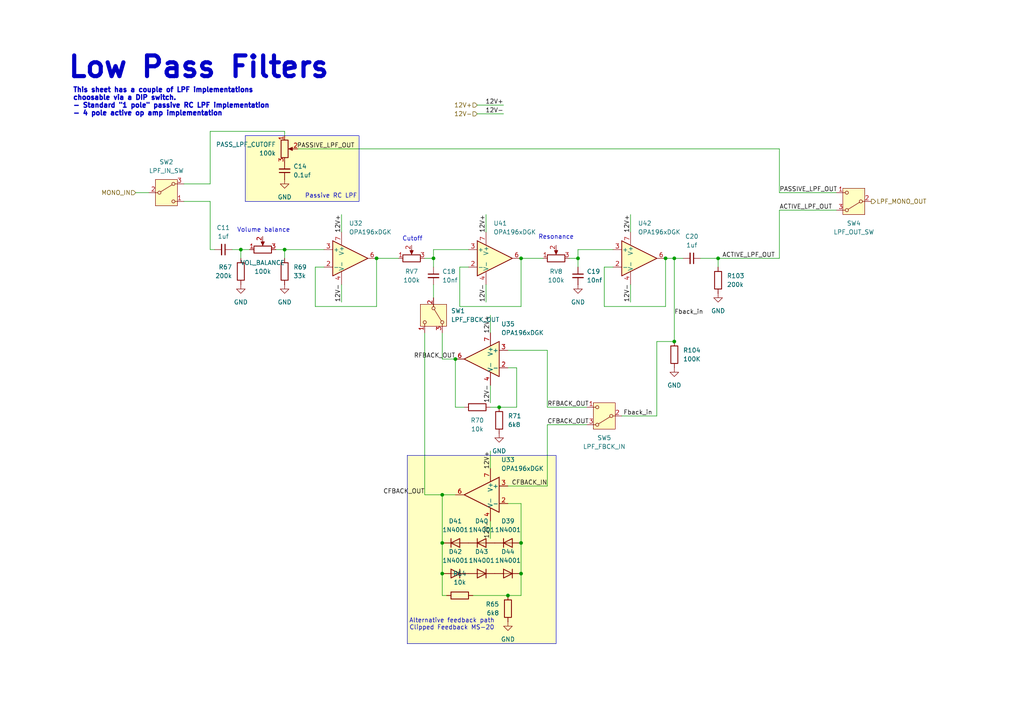
<source format=kicad_sch>
(kicad_sch (version 20250114) (generator "eeschema") (generator_version "9.0")
  (paper "A4")
  (title_block (date "2025-07-21") (rev "2"))
  (lib_symbols
    (symbol "Amplifier_Operational:OPA196xDGK" (pin_names (offset 0.127))
      (property "Reference" "U" (at 0 5.08 0))
      (property "Value" "OPA196xDGK" (at 0 -5.08 0))
      (symbol "OPA196xDGK_0_1"
        (polyline (pts (xy -5.08 5.08) (xy 5.08 0) (xy -5.08 -5.08) (xy -5.08 5.08)) (stroke (width 0.254)) (fill (type background)))
        (pin power_in line (at -2.54 7.62 270) (length 3.81) (name "V+") (number "7"))
        (pin power_in line (at -2.54 -7.62 90) (length 3.81) (name "V-") (number "4"))
        (pin no_connect line (at 0 2.54 270) (length 2.54) (hide yes) (name "NC") (number "5"))
        (pin no_connect line (at 0 -2.54 90) (length 2.54) (hide yes) (name "NC") (number "8"))
        (pin no_connect line (at 2.54 0 270) (length 2.54) (hide yes) (name "NC") (number "1"))
      )
      (symbol "OPA196xDGK_1_1"
        (pin input line (at -7.62 2.54 0) (length 2.54) (name "+") (number "3"))
        (pin input line (at -7.62 -2.54 0) (length 2.54) (name "-") (number "2"))
        (pin output line (at 7.62 0 180) (length 2.54) (name "~") (number "6"))
      )
    )
    (symbol "Device:C_Small" (pin_numbers (hide yes)) (pin_names (offset 0.254) (hide yes))
      (property "Reference" "C" (at 0.254 1.778 0))
      (property "Value" "C_Small" (at 0.254 -2.032 0))
      (symbol "C_Small_0_1"
        (polyline (pts (xy -1.524 0.508) (xy 1.524 0.508)) (stroke (width 0.3048)))
        (polyline (pts (xy -1.524 -0.508) (xy 1.524 -0.508)) (stroke (width 0.3302)))
      )
      (symbol "C_Small_1_1"
        (pin passive line (at 0 2.54 270) (length 2.032) (name "~") (number "1"))
        (pin passive line (at 0 -2.54 90) (length 2.032) (name "~") (number "2"))
      )
    )
    (symbol "Device:R" (pin_numbers (hide yes)) (pin_names (offset 0))
      (property "Reference" "R" (at 2.032 0 90))
      (property "Value" "R" (at 0 0 90))
      (symbol "R_0_1"
        (rectangle (start -1.016 -2.54) (end 1.016 2.54) (stroke (width 0.254)))
      )
      (symbol "R_1_1"
        (pin passive line (at 0 3.81 270) (length 1.27) (name "~") (number "1"))
        (pin passive line (at 0 -3.81 90) (length 1.27) (name "~") (number "2"))
      )
    )
    (symbol "Device:R_Potentiometer" (pin_names (offset 1.016) (hide yes))
      (property "Reference" "RV" (at -4.445 0 90))
      (property "Value" "R_Potentiometer" (at -2.54 0 90))
      (symbol "R_Potentiometer_0_1"
        (rectangle (start 1.016 2.54) (end -1.016 -2.54) (stroke (width 0.254)))
        (polyline (pts (xy 1.143 0) (xy 2.286 0.508) (xy 2.286 -0.508) (xy 1.143 0)) (fill (type outline)))
        (polyline (pts (xy 2.54 0) (xy 1.524 0)))
      )
      (symbol "R_Potentiometer_1_1"
        (pin passive line (at 0 3.81 270) (length 1.27) (name "1") (number "1"))
        (pin passive line (at 0 -3.81 90) (length 1.27) (name "3") (number "3"))
        (pin passive line (at 3.81 0 180) (length 1.27) (name "2") (number "2"))
      )
    )
    (symbol "Diode:1N4001" (pin_numbers (hide yes)) (pin_names (hide yes))
      (property "Reference" "D" (at 0 2.54 0))
      (property "Value" "1N4001" (at 0 -2.54 0))
      (symbol "1N4001_0_1"
        (polyline (pts (xy -1.27 1.27) (xy -1.27 -1.27)) (stroke (width 0.254)))
        (polyline (pts (xy 1.27 1.27) (xy 1.27 -1.27) (xy -1.27 0) (xy 1.27 1.27)) (stroke (width 0.254)))
        (polyline (pts (xy 1.27 0) (xy -1.27 0)))
      )
      (symbol "1N4001_1_1"
        (pin passive line (at -3.81 0 0) (length 2.54) (name "K") (number "1"))
        (pin passive line (at 3.81 0 180) (length 2.54) (name "A") (number "2"))
      )
    )
    (symbol "Switch:SW_Nidec_CAS-120A1" (pin_names (offset 1) (hide yes))
      (property "Reference" "SW" (at 0 4.318 0))
      (property "Value" "SW_Nidec_CAS-120A1" (at 0 -5.08 0))
      (symbol "SW_Nidec_CAS-120A1_0_1"
        (circle (center -2.032 0) (radius 0.4572))
        (polyline (pts (xy -1.651 0.254) (xy 1.651 2.286)))
        (circle (center 2.032 2.54) (radius 0.4572))
        (circle (center 2.032 -2.54) (radius 0.4572))
      )
      (symbol "SW_Nidec_CAS-120A1_1_1"
        (rectangle (start -3.175 3.81) (end 3.175 -3.81) (fill (type background)))
        (pin passive line (at -5.08 0 0) (length 2.54) (name "B") (number "2"))
        (pin passive line (at 5.08 2.54 180) (length 2.54) (name "A") (number "3"))
        (pin passive line (at 5.08 -2.54 180) (length 2.54) (name "C") (number "1"))
      )
    )
    (symbol "power:GND" (power) (pin_numbers (hide yes)) (pin_names (offset 0) (hide yes))
      (property "Value" "GND" (at 0 -3.81 0))
      (symbol "GND_0_1"
        (polyline (pts (xy 0 0) (xy 0 -1.27) (xy 1.27 -1.27) (xy 0 -2.54) (xy -1.27 -1.27) (xy 0 -1.27)))
      )
      (symbol "GND_1_1"
        (pin power_in line (at 0 0 270) (length 0) (name "~") (number "1"))
      )
    )
  )
  (rectangle (start 71.12 39.37) (end 104.14 58.42) (fill (type color) (color 255 255 194 1)))
  (rectangle (start 118.11 132.08) (end 161.29 186.69) (fill (type color) (color 255 255 194 1)))
  (text "Cutoff" (at 119.634 69.342 0) (effects (font (size 1.27 1.27))))
  (text "Resonance" (at 161.29 68.834 0) (effects (font (size 1.27 1.27))))
  (text "Volume balance" (at 76.454 66.802 0) (effects (font (size 1.27 1.27))))
  (text "Low Pass Filters" (at 19.304 23.114 0) (effects (font (size 5.9944 5.9944) (thickness 1.1989) (bold yes)) (justify left bottom)))
  (text "This sheet has a couple of LPF implementations\nchoosable via a DIP switch. \n- Standard \"1 pole\" passive RC LPF implementation\n- 4 pole active op amp implementation" (at 21.082 33.782 0) (effects (font (size 1.397 1.397) (thickness 1.1989) (bold yes)) (justify left bottom)))
  (text "Passive RC LPF" (at 96.012 56.896 0) (effects (font (size 1.27 1.27))))
  (text "Alternative feedback path\nClipped Feedback MS-20" (at 131.064 181.102 0) (effects (font (size 1.27 1.27))))
  (junction (at 167.64 74.93))
  (junction (at 195.58 74.93))
  (junction (at 147.32 172.72))
  (junction (at 208.28 74.93))
  (junction (at 69.85 72.39))
  (junction (at 125.73 74.93))
  (junction (at 195.58 99.06))
  (junction (at 144.78 118.11))
  (junction (at 151.13 157.48))
  (junction (at 82.55 72.39))
  (junction (at 109.22 74.93))
  (junction (at 151.13 74.93))
  (junction (at 128.27 157.48))
  (junction (at 128.27 143.51))
  (junction (at 128.27 166.37))
  (junction (at 151.13 166.37))
  (junction (at 132.08 104.14))
  (junction (at 193.04 74.93))
  (wire (pts (xy 133.35 88.9) (xy 151.13 88.9)))
  (wire (pts (xy 144.78 118.11) (xy 142.24 118.11)))
  (wire (pts (xy 170.18 118.11) (xy 158.75 118.11)))
  (wire (pts (xy 86.36 43.18) (xy 226.06 43.18)))
  (wire (pts (xy 146.05 30.48) (xy 138.43 30.48)))
  (wire (pts (xy 123.19 143.51) (xy 128.27 143.51)))
  (wire (pts (xy 177.8 72.39) (xy 167.64 72.39)))
  (wire (pts (xy 151.13 172.72) (xy 147.32 172.72)))
  (wire (pts (xy 175.26 77.47) (xy 175.26 88.9)))
  (wire (pts (xy 142.24 91.44) (xy 142.24 96.52)))
  (wire (pts (xy 151.13 146.05) (xy 151.13 157.48)))
  (wire (pts (xy 99.06 87.63) (xy 99.06 82.55)))
  (wire (pts (xy 128.27 143.51) (xy 128.27 157.48)))
  (wire (pts (xy 82.55 72.39) (xy 82.55 74.93)))
  (wire (pts (xy 129.54 172.72) (xy 128.27 172.72)))
  (wire (pts (xy 128.27 143.51) (xy 132.08 143.51)))
  (wire (pts (xy 128.27 172.72) (xy 128.27 166.37)))
  (wire (pts (xy 142.24 116.84) (xy 142.24 111.76)))
  (wire (pts (xy 128.27 104.14) (xy 132.08 104.14)))
  (wire (pts (xy 82.55 72.39) (xy 93.98 72.39)))
  (wire (pts (xy 226.06 43.18) (xy 226.06 55.88)))
  (wire (pts (xy 60.96 58.42) (xy 60.96 72.39)))
  (wire (pts (xy 69.85 72.39) (xy 72.39 72.39)))
  (wire (pts (xy 93.98 77.47) (xy 91.44 77.47)))
  (wire (pts (xy 158.75 123.19) (xy 158.75 140.97)))
  (wire (pts (xy 151.13 88.9) (xy 151.13 74.93)))
  (wire (pts (xy 193.04 88.9) (xy 193.04 74.93)))
  (wire (pts (xy 147.32 172.72) (xy 137.16 172.72)))
  (wire (pts (xy 91.44 77.47) (xy 91.44 88.9)))
  (wire (pts (xy 60.96 53.34) (xy 60.96 38.1)))
  (wire (pts (xy 226.06 60.96) (xy 242.57 60.96)))
  (wire (pts (xy 142.24 156.21) (xy 142.24 151.13)))
  (wire (pts (xy 125.73 77.47) (xy 125.73 74.93)))
  (wire (pts (xy 151.13 74.93) (xy 157.48 74.93)))
  (wire (pts (xy 69.85 74.93) (xy 69.85 72.39)))
  (wire (pts (xy 140.97 87.63) (xy 140.97 82.55)))
  (wire (pts (xy 151.13 157.48) (xy 151.13 166.37)))
  (wire (pts (xy 60.96 38.1) (xy 82.55 38.1)))
  (wire (pts (xy 109.22 88.9) (xy 109.22 74.93)))
  (wire (pts (xy 167.64 77.47) (xy 167.64 74.93)))
  (wire (pts (xy 39.37 55.88) (xy 43.18 55.88)))
  (wire (pts (xy 149.86 106.68) (xy 147.32 106.68)))
  (wire (pts (xy 135.89 72.39) (xy 125.73 72.39)))
  (wire (pts (xy 226.06 55.88) (xy 242.57 55.88)))
  (wire (pts (xy 158.75 101.6) (xy 158.75 118.11)))
  (wire (pts (xy 140.97 62.23) (xy 140.97 67.31)))
  (wire (pts (xy 208.28 77.47) (xy 208.28 74.93)))
  (wire (pts (xy 144.78 118.11) (xy 149.86 118.11)))
  (wire (pts (xy 170.18 123.19) (xy 158.75 123.19)))
  (wire (pts (xy 195.58 74.93) (xy 198.12 74.93)))
  (wire (pts (xy 190.5 120.65) (xy 190.5 99.06)))
  (wire (pts (xy 132.08 118.11) (xy 132.08 104.14)))
  (wire (pts (xy 142.24 130.81) (xy 142.24 135.89)))
  (wire (pts (xy 165.1 74.93) (xy 167.64 74.93)))
  (wire (pts (xy 69.85 72.39) (xy 67.31 72.39)))
  (wire (pts (xy 190.5 99.06) (xy 195.58 99.06)))
  (wire (pts (xy 158.75 101.6) (xy 147.32 101.6)))
  (wire (pts (xy 175.26 88.9) (xy 193.04 88.9)))
  (wire (pts (xy 53.34 58.42) (xy 60.96 58.42)))
  (wire (pts (xy 208.28 74.93) (xy 226.06 74.93)))
  (wire (pts (xy 158.75 140.97) (xy 147.32 140.97)))
  (wire (pts (xy 109.22 74.93) (xy 115.57 74.93)))
  (wire (pts (xy 193.04 74.93) (xy 195.58 74.93)))
  (wire (pts (xy 135.89 77.47) (xy 133.35 77.47)))
  (wire (pts (xy 80.01 72.39) (xy 82.55 72.39)))
  (wire (pts (xy 133.35 77.47) (xy 133.35 88.9)))
  (wire (pts (xy 147.32 146.05) (xy 151.13 146.05)))
  (wire (pts (xy 91.44 88.9) (xy 109.22 88.9)))
  (wire (pts (xy 182.88 62.23) (xy 182.88 67.31)))
  (wire (pts (xy 128.27 96.52) (xy 128.27 104.14)))
  (wire (pts (xy 167.64 72.39) (xy 167.64 74.93)))
  (wire (pts (xy 134.62 118.11) (xy 132.08 118.11)))
  (wire (pts (xy 53.34 53.34) (xy 60.96 53.34)))
  (wire (pts (xy 177.8 77.47) (xy 175.26 77.47)))
  (wire (pts (xy 99.06 62.23) (xy 99.06 67.31)))
  (wire (pts (xy 82.55 38.1) (xy 82.55 39.37)))
  (wire (pts (xy 125.73 72.39) (xy 125.73 74.93)))
  (wire (pts (xy 195.58 74.93) (xy 195.58 99.06)))
  (wire (pts (xy 226.06 74.93) (xy 226.06 60.96)))
  (wire (pts (xy 125.73 82.55) (xy 125.73 86.36)))
  (wire (pts (xy 62.23 72.39) (xy 60.96 72.39)))
  (wire (pts (xy 151.13 166.37) (xy 151.13 172.72)))
  (wire (pts (xy 123.19 74.93) (xy 125.73 74.93)))
  (wire (pts (xy 128.27 157.48) (xy 128.27 166.37)))
  (wire (pts (xy 208.28 74.93) (xy 203.2 74.93)))
  (wire (pts (xy 182.88 87.63) (xy 182.88 82.55)))
  (wire (pts (xy 123.19 96.52) (xy 123.19 143.51)))
  (wire (pts (xy 146.05 33.02) (xy 138.43 33.02)))
  (wire (pts (xy 180.34 120.65) (xy 190.5 120.65)))
  (wire (pts (xy 149.86 106.68) (xy 149.86 118.11)))
  (label "Fback_in" (at 189.23 120.65 180))
  (label "PASSIVE_LPF_OUT" (at 226.06 55.88 0))
  (label "RFBACK_OUT" (at 158.75 118.11 0))
  (label "12V+" (at 142.24 91.44 270))
  (label "RFBACK_OUT" (at 132.08 104.14 180))
  (label "Fback_in" (at 195.58 91.44 0))
  (label "CFBACK_IN" (at 158.75 140.97 180))
  (label "12V-" (at 146.05 33.02 180))
  (label "PASSIVE_LPF_OUT" (at 102.87 43.18 180))
  (label "12V+" (at 99.06 62.23 270))
  (label "CFBACK_OUT" (at 123.19 143.51 180))
  (label "12V+" (at 140.97 62.23 270))
  (label "12V-" (at 140.97 87.63 90))
  (label "12V-" (at 182.88 87.63 90))
  (label "ACTIVE_LPF_OUT" (at 226.06 60.96 0))
  (label "12V+" (at 146.05 30.48 180))
  (label "CFBACK_OUT" (at 158.75 123.19 0))
  (label "12V-" (at 142.24 116.84 90))
  (label "12V-" (at 142.24 156.21 90))
  (label "12V+" (at 142.24 130.81 270))
  (label "12V+" (at 182.88 62.23 270))
  (label "12V-" (at 99.06 87.63 90))
  (label "ACTIVE_LPF_OUT" (at 224.79 74.93 180))
  (hierarchical_label "12V-" (shape input) (at 138.43 33.02 180))
  (hierarchical_label "LPF_MONO_OUT" (shape output) (at 252.73 58.42 0))
  (hierarchical_label "12V+" (shape input) (at 138.43 30.48 180))
  (hierarchical_label "MONO_IN" (shape input) (at 39.37 55.88 180))
  (symbol (lib_id "power:GND") (at 147.32 180.34 0) (mirror y) (unit 1)
    (property "Reference" "#PWR0153" (effects (hide yes)))
    (property "Value" "GND" (at 147.32 185.42 0))
    (property "Description" "Power symbol creates a global label with name \"GND\" , ground" (effects (hide yes)))
  )
  (symbol (lib_id "Device:R") (at 69.85 78.74 180) (unit 1)
    (property "Reference" "R67" (at 67.31 77.4699 0) (effects (justify left)))
    (property "Value" "200k" (at 67.31 80.0099 0) (effects (justify left)))
    (property "Footprint" "Resistor_SMD:R_0805_2012Metric_Pad1.20x1.40mm_HandSolder" (effects (hide yes)))
    (property "Description" "Resistor" (effects (hide yes)))
    (property "DigiKey_Part_Number" "311-10.0KCRCT-ND" (effects (hide yes)))
    (property "Price" "0.0129" (effects (hide yes)))
  )
  (symbol (lib_id "power:GND") (at 82.55 52.07 0) (unit 1)
    (property "Reference" "#PWR0120" (effects (hide yes)))
    (property "Value" "GND" (at 82.55 57.15 0))
    (property "Description" "Power symbol creates a global label with name \"GND\" , ground" (effects (hide yes)))
  )
  (symbol (lib_id "Device:C_Small") (at 200.66 74.93 270) (unit 1)
    (property "Reference" "C20" (at 200.6536 68.58 90))
    (property "Value" "1uf" (at 200.6536 71.12 90))
    (property "Footprint" "Capacitor_SMD:C_0805_2012Metric" (effects (hide yes)))
    (property "Description" "Unpolarized capacitor, small symbol" (effects (hide yes)))
  )
  (symbol (lib_id "power:GND") (at 167.64 82.55 0) (unit 1)
    (property "Reference" "#PWR0159" (effects (hide yes)))
    (property "Value" "GND" (at 167.64 87.63 0))
    (property "Description" "Power symbol creates a global label with name \"GND\" , ground" (effects (hide yes)))
  )
  (symbol (lib_id "Diode:1N4001") (at 139.7 157.48 0) (mirror x) (unit 1)
    (property "Reference" "D40" (at 139.7 151.13 0))
    (property "Value" "1N4001" (at 139.7 153.67 0))
    (property "Footprint" "Diode_THT:D_DO-41_SOD81_P10.16mm_Horizontal" (effects (hide yes)))
    (property "Datasheet" "http://www.vishay.com/docs/88503/1n4001.pdf" (effects (hide yes)))
    (property "Description" "50V 1A General Purpose Rectifier Diode, DO-41" (effects (hide yes)))
    (property "Sim.Device" "D" (effects (hide yes)))
    (property "Sim.Pins" "1=K 2=A" (effects (hide yes)))
  )
  (symbol (lib_id "Device:C_Small") (at 64.77 72.39 270) (unit 1)
    (property "Reference" "C11" (at 64.7636 66.04 90))
    (property "Value" "1uf" (at 64.7636 68.58 90))
    (property "Footprint" "Capacitor_SMD:C_0805_2012Metric" (effects (hide yes)))
    (property "Description" "Unpolarized capacitor, small symbol" (effects (hide yes)))
  )
  (symbol (lib_id "Device:R") (at 144.78 121.92 180) (unit 1)
    (property "Reference" "R71" (at 147.32 120.6499 0) (effects (justify right)))
    (property "Value" "6k8" (at 147.32 123.1899 0) (effects (justify right)))
    (property "Footprint" "Resistor_SMD:R_0805_2012Metric_Pad1.20x1.40mm_HandSolder" (effects (hide yes)))
    (property "Description" "Resistor" (effects (hide yes)))
    (property "DigiKey_Part_Number" "311-10.0KCRCT-ND" (effects (hide yes)))
    (property "Price" "0.0129" (effects (hide yes)))
  )
  (symbol (lib_id "Diode:1N4001") (at 139.7 166.37 0) (mirror y) (unit 1)
    (property "Reference" "D43" (at 139.7 160.02 0))
    (property "Value" "1N4001" (at 139.7 162.56 0))
    (property "Footprint" "Diode_THT:D_DO-41_SOD81_P10.16mm_Horizontal" (effects (hide yes)))
    (property "Datasheet" "http://www.vishay.com/docs/88503/1n4001.pdf" (effects (hide yes)))
    (property "Description" "50V 1A General Purpose Rectifier Diode, DO-41" (effects (hide yes)))
    (property "Sim.Device" "D" (effects (hide yes)))
    (property "Sim.Pins" "1=K 2=A" (effects (hide yes)))
  )
  (symbol (lib_id "Device:C_Small") (at 167.64 80.01 0) (unit 1)
    (property "Reference" "C19" (at 170.18 78.7462 0) (effects (justify left)))
    (property "Value" "10nf" (at 170.18 81.2862 0) (effects (justify left)))
    (property "Footprint" "Capacitor_SMD:C_0805_2012Metric" (effects (hide yes)))
    (property "Description" "Unpolarized capacitor, small symbol" (effects (hide yes)))
  )
  (symbol (lib_id "Amplifier_Operational:OPA196xDGK") (at 143.51 74.93 0) (unit 1)
    (property "Reference" "U41" (at 143.1133 64.77 0) (effects (justify left)))
    (property "Value" "OPA196xDGK" (at 143.1133 67.31 0) (effects (justify left)))
    (property "Footprint" "Package_SO:VSSOP-8_3x3mm_P0.65mm" (effects (hide yes)))
    (property "Datasheet" "http://www.ti.com/lit/ds/symlink/opa4196.pdf" (effects (hide yes)))
    (property "Description" "Single, Low-Power, Low Offset Voltage, Rail-to-Rail Operational Amplifier, VSSOP-8" (effects (hide yes)))
  )
  (symbol (lib_id "Device:R_Potentiometer") (at 76.2 72.39 90) (unit 1)
    (property "Reference" "VOL_BALANCE" (at 76.2 76.2 90))
    (property "Value" "100k" (at 76.2 78.74 90))
    (property "Footprint" "Potentiometer_THT:Potentiometer_Alps_RK09Y11_Single_Horizontal" (effects (hide yes)))
    (property "Description" "Potentiometer" (effects (hide yes)))
  )
  (symbol (lib_id "power:GND") (at 144.78 125.73 0) (unit 1)
    (property "Reference" "#PWR0160" (effects (hide yes)))
    (property "Value" "GND" (at 144.78 130.81 0))
    (property "Description" "Power symbol creates a global label with name \"GND\" , ground" (effects (hide yes)))
  )
  (symbol (lib_id "Device:R_Potentiometer") (at 119.38 74.93 90) (unit 1)
    (property "Reference" "RV7" (at 119.38 78.74 90))
    (property "Value" "100k" (at 119.38 81.28 90))
    (property "Footprint" "Potentiometer_THT:Potentiometer_Alps_RK09Y11_Single_Horizontal" (effects (hide yes)))
    (property "Description" "Potentiometer" (effects (hide yes)))
  )
  (symbol (lib_id "power:GND") (at 82.55 82.55 0) (unit 1)
    (property "Reference" "#PWR0157" (effects (hide yes)))
    (property "Value" "GND" (at 82.55 87.63 0))
    (property "Description" "Power symbol creates a global label with name \"GND\" , ground" (effects (hide yes)))
  )
  (symbol (lib_id "Amplifier_Operational:OPA196xDGK") (at 139.7 143.51 0) (mirror y) (unit 1)
    (property "Reference" "U33" (at 145.3581 133.35 0) (effects (justify right)))
    (property "Value" "OPA196xDGK" (at 145.3581 135.89 0) (effects (justify right)))
    (property "Footprint" "Package_SO:VSSOP-8_3x3mm_P0.65mm" (effects (hide yes)))
    (property "Datasheet" "http://www.ti.com/lit/ds/symlink/opa4196.pdf" (effects (hide yes)))
    (property "Description" "Single, Low-Power, Low Offset Voltage, Rail-to-Rail Operational Amplifier, VSSOP-8" (effects (hide yes)))
  )
  (symbol (lib_id "Amplifier_Operational:OPA196xDGK") (at 101.6 74.93 0) (unit 1)
    (property "Reference" "U32" (at 101.2033 64.77 0) (effects (justify left)))
    (property "Value" "OPA196xDGK" (at 101.2033 67.31 0) (effects (justify left)))
    (property "Footprint" "Package_SO:VSSOP-8_3x3mm_P0.65mm" (effects (hide yes)))
    (property "Datasheet" "http://www.ti.com/lit/ds/symlink/opa4196.pdf" (effects (hide yes)))
    (property "Description" "Single, Low-Power, Low Offset Voltage, Rail-to-Rail Operational Amplifier, VSSOP-8" (effects (hide yes)))
  )
  (symbol (lib_id "Device:R") (at 82.55 78.74 180) (unit 1)
    (property "Reference" "R69" (at 85.09 77.4699 0) (effects (justify right)))
    (property "Value" "33k" (at 85.09 80.0099 0) (effects (justify right)))
    (property "Footprint" "Resistor_SMD:R_0805_2012Metric_Pad1.20x1.40mm_HandSolder" (effects (hide yes)))
    (property "Description" "Resistor" (effects (hide yes)))
    (property "DigiKey_Part_Number" "311-10.0KCRCT-ND" (effects (hide yes)))
    (property "Price" "0.0129" (effects (hide yes)))
  )
  (symbol (lib_id "Diode:1N4001") (at 132.08 166.37 0) (mirror y) (unit 1)
    (property "Reference" "D42" (at 132.08 160.02 0))
    (property "Value" "1N4001" (at 132.08 162.56 0))
    (property "Footprint" "Diode_THT:D_DO-41_SOD81_P10.16mm_Horizontal" (effects (hide yes)))
    (property "Datasheet" "http://www.vishay.com/docs/88503/1n4001.pdf" (effects (hide yes)))
    (property "Description" "50V 1A General Purpose Rectifier Diode, DO-41" (effects (hide yes)))
    (property "Sim.Device" "D" (effects (hide yes)))
    (property "Sim.Pins" "1=K 2=A" (effects (hide yes)))
  )
  (symbol (lib_id "Device:R") (at 195.58 102.87 180) (unit 1)
    (property "Reference" "R104" (at 198.12 101.5999 0) (effects (justify right)))
    (property "Value" "100K" (at 198.12 104.1399 0) (effects (justify right)))
    (property "Footprint" "Resistor_SMD:R_0805_2012Metric_Pad1.20x1.40mm_HandSolder" (effects (hide yes)))
    (property "Description" "Resistor" (effects (hide yes)))
    (property "DigiKey_Part_Number" "311-10.0KCRCT-ND" (effects (hide yes)))
    (property "Price" "0.0129" (effects (hide yes)))
  )
  (symbol (lib_id "Amplifier_Operational:OPA196xDGK") (at 185.42 74.93 0) (unit 1)
    (property "Reference" "U42" (at 185.0233 64.77 0) (effects (justify left)))
    (property "Value" "OPA196xDGK" (at 185.0233 67.31 0) (effects (justify left)))
    (property "Footprint" "Package_SO:VSSOP-8_3x3mm_P0.65mm" (effects (hide yes)))
    (property "Datasheet" "http://www.ti.com/lit/ds/symlink/opa4196.pdf" (effects (hide yes)))
    (property "Description" "Single, Low-Power, Low Offset Voltage, Rail-to-Rail Operational Amplifier, VSSOP-8" (effects (hide yes)))
  )
  (symbol (lib_id "Switch:SW_Nidec_CAS-120A1") (at 247.65 58.42 180) (unit 1)
    (property "Reference" "SW4" (at 247.65 64.77 0))
    (property "Value" "LPF_OUT_SW" (at 247.65 67.31 0))
    (property "Footprint" "Button_Switch_SMD:Nidec_Copal_CAS-120A" (effects (hide yes)))
    (property "Datasheet" "https://www.nidec-components.com/e/catalog/switch/cas.pdf" (effects (hide yes)))
    (property "Description" "Switch, single pole double throw" (effects (hide yes)))
  )
  (symbol (lib_id "Switch:SW_Nidec_CAS-120A1") (at 125.73 91.44 270) (unit 1)
    (property "Reference" "SW1" (at 130.81 90.1699 90) (effects (justify left)))
    (property "Value" "LPF_FBCK_OUT" (at 130.81 92.7099 90) (effects (justify left)))
    (property "Footprint" "Button_Switch_SMD:Nidec_Copal_CAS-120A" (effects (hide yes)))
    (property "Datasheet" "https://www.nidec-components.com/e/catalog/switch/cas.pdf" (effects (hide yes)))
    (property "Description" "Switch, single pole double throw" (effects (hide yes)))
  )
  (symbol (lib_id "Diode:1N4001") (at 132.08 157.48 0) (mirror x) (unit 1)
    (property "Reference" "D41" (at 132.08 151.13 0))
    (property "Value" "1N4001" (at 132.08 153.67 0))
    (property "Footprint" "Diode_THT:D_DO-41_SOD81_P10.16mm_Horizontal" (effects (hide yes)))
    (property "Datasheet" "http://www.vishay.com/docs/88503/1n4001.pdf" (effects (hide yes)))
    (property "Description" "50V 1A General Purpose Rectifier Diode, DO-41" (effects (hide yes)))
    (property "Sim.Device" "D" (effects (hide yes)))
    (property "Sim.Pins" "1=K 2=A" (effects (hide yes)))
  )
  (symbol (lib_id "power:GND") (at 69.85 82.55 0) (unit 1)
    (property "Reference" "#PWR0156" (effects (hide yes)))
    (property "Value" "GND" (at 69.85 87.63 0))
    (property "Description" "Power symbol creates a global label with name \"GND\" , ground" (effects (hide yes)))
  )
  (symbol (lib_id "Device:R") (at 133.35 172.72 270) (mirror x) (unit 1)
    (property "Reference" "R64" (at 133.35 166.37 90))
    (property "Value" "10k" (at 133.35 168.91 90))
    (property "Footprint" "Resistor_SMD:R_0805_2012Metric_Pad1.20x1.40mm_HandSolder" (effects (hide yes)))
    (property "Description" "Resistor" (effects (hide yes)))
    (property "DigiKey_Part_Number" "311-10.0KCRCT-ND" (effects (hide yes)))
    (property "Price" "0.0129" (effects (hide yes)))
  )
  (symbol (lib_id "Device:R_Potentiometer") (at 82.55 43.18 0) (unit 1)
    (property "Reference" "PASS_LPF_CUTOFF" (at 80.01 41.9099 0) (effects (justify right)))
    (property "Value" "100k" (at 80.01 44.4499 0) (effects (justify right)))
    (property "Footprint" "Potentiometer_THT:Potentiometer_Alps_RK09Y11_Single_Horizontal" (effects (hide yes)))
    (property "Description" "Potentiometer" (effects (hide yes)))
  )
  (symbol (lib_id "Diode:1N4001") (at 147.32 166.37 0) (mirror y) (unit 1)
    (property "Reference" "D44" (at 147.32 160.02 0))
    (property "Value" "1N4001" (at 147.32 162.56 0))
    (property "Footprint" "Diode_THT:D_DO-41_SOD81_P10.16mm_Horizontal" (effects (hide yes)))
    (property "Datasheet" "http://www.vishay.com/docs/88503/1n4001.pdf" (effects (hide yes)))
    (property "Description" "50V 1A General Purpose Rectifier Diode, DO-41" (effects (hide yes)))
    (property "Sim.Device" "D" (effects (hide yes)))
    (property "Sim.Pins" "1=K 2=A" (effects (hide yes)))
  )
  (symbol (lib_id "Device:R") (at 138.43 118.11 90) (unit 1)
    (property "Reference" "R70" (at 138.43 121.92 90))
    (property "Value" "10k" (at 138.43 124.46 90))
    (property "Footprint" "Resistor_SMD:R_0805_2012Metric_Pad1.20x1.40mm_HandSolder" (effects (hide yes)))
    (property "Description" "Resistor" (effects (hide yes)))
    (property "DigiKey_Part_Number" "311-10.0KCRCT-ND" (effects (hide yes)))
    (property "Price" "0.0129" (effects (hide yes)))
  )
  (symbol (lib_id "Switch:SW_Nidec_CAS-120A1") (at 175.26 120.65 180) (unit 1)
    (property "Reference" "SW5" (at 175.26 127 0))
    (property "Value" "LPF_FBCK_IN" (at 175.26 129.54 0))
    (property "Footprint" "Button_Switch_SMD:Nidec_Copal_CAS-120A" (effects (hide yes)))
    (property "Datasheet" "https://www.nidec-components.com/e/catalog/switch/cas.pdf" (effects (hide yes)))
    (property "Description" "Switch, single pole double throw" (effects (hide yes)))
  )
  (symbol (lib_id "Device:C_Small") (at 82.55 49.53 180) (unit 1)
    (property "Reference" "C14" (at 85.09 48.2535 0) (effects (justify right)))
    (property "Value" "0.1uf" (at 85.09 50.7935 0) (effects (justify right)))
    (property "Footprint" "Capacitor_SMD:C_0805_2012Metric" (effects (hide yes)))
    (property "Description" "Unpolarized capacitor, small symbol" (effects (hide yes)))
  )
  (symbol (lib_id "power:GND") (at 195.58 106.68 0) (unit 1)
    (property "Reference" "#PWR0162" (effects (hide yes)))
    (property "Value" "GND" (at 195.58 111.76 0))
    (property "Description" "Power symbol creates a global label with name \"GND\" , ground" (effects (hide yes)))
  )
  (symbol (lib_id "Device:R") (at 208.28 81.28 180) (unit 1)
    (property "Reference" "R103" (at 210.82 80.0099 0) (effects (justify right)))
    (property "Value" "200k" (at 210.82 82.5499 0) (effects (justify right)))
    (property "Footprint" "Resistor_SMD:R_0805_2012Metric_Pad1.20x1.40mm_HandSolder" (effects (hide yes)))
    (property "Description" "Resistor" (effects (hide yes)))
    (property "DigiKey_Part_Number" "311-10.0KCRCT-ND" (effects (hide yes)))
    (property "Price" "0.0129" (effects (hide yes)))
  )
  (symbol (lib_id "Device:C_Small") (at 125.73 80.01 0) (unit 1)
    (property "Reference" "C18" (at 128.27 78.7462 0) (effects (justify left)))
    (property "Value" "10nf" (at 128.27 81.2862 0) (effects (justify left)))
    (property "Footprint" "Capacitor_SMD:C_0805_2012Metric" (effects (hide yes)))
    (property "Description" "Unpolarized capacitor, small symbol" (effects (hide yes)))
  )
  (symbol (lib_id "power:GND") (at 208.28 85.09 0) (unit 1)
    (property "Reference" "#PWR0161" (effects (hide yes)))
    (property "Value" "GND" (at 208.28 90.17 0))
    (property "Description" "Power symbol creates a global label with name \"GND\" , ground" (effects (hide yes)))
  )
  (symbol (lib_id "Device:R_Potentiometer") (at 161.29 74.93 90) (unit 1)
    (property "Reference" "RV8" (at 161.29 78.74 90))
    (property "Value" "100k" (at 161.29 81.28 90))
    (property "Footprint" "Potentiometer_THT:Potentiometer_Alps_RK09Y11_Single_Horizontal" (effects (hide yes)))
    (property "Description" "Potentiometer" (effects (hide yes)))
  )
  (symbol (lib_id "Diode:1N4001") (at 147.32 157.48 0) (mirror x) (unit 1)
    (property "Reference" "D39" (at 147.32 151.13 0))
    (property "Value" "1N4001" (at 147.32 153.67 0))
    (property "Footprint" "Diode_THT:D_DO-41_SOD81_P10.16mm_Horizontal" (effects (hide yes)))
    (property "Datasheet" "http://www.vishay.com/docs/88503/1n4001.pdf" (effects (hide yes)))
    (property "Description" "50V 1A General Purpose Rectifier Diode, DO-41" (effects (hide yes)))
    (property "Sim.Device" "D" (effects (hide yes)))
    (property "Sim.Pins" "1=K 2=A" (effects (hide yes)))
  )
  (symbol (lib_id "Switch:SW_Nidec_CAS-120A1") (at 48.26 55.88 0) (unit 1)
    (property "Reference" "SW2" (at 48.26 46.99 0))
    (property "Value" "LPF_IN_SW" (at 48.26 49.53 0))
    (property "Footprint" "Button_Switch_SMD:Nidec_Copal_CAS-120A" (effects (hide yes)))
    (property "Datasheet" "https://www.nidec-components.com/e/catalog/switch/cas.pdf" (effects (hide yes)))
    (property "Description" "Switch, single pole double throw" (effects (hide yes)))
  )
  (symbol (lib_id "Device:R") (at 147.32 176.53 0) (mirror x) (unit 1)
    (property "Reference" "R65" (at 144.78 175.2599 0) (effects (justify right)))
    (property "Value" "6k8" (at 144.78 177.7999 0) (effects (justify right)))
    (property "Footprint" "Resistor_SMD:R_0805_2012Metric_Pad1.20x1.40mm_HandSolder" (effects (hide yes)))
    (property "Description" "Resistor" (effects (hide yes)))
    (property "DigiKey_Part_Number" "311-10.0KCRCT-ND" (effects (hide yes)))
    (property "Price" "0.0129" (effects (hide yes)))
  )
  (symbol (lib_id "Amplifier_Operational:OPA196xDGK") (at 139.7 104.14 0) (mirror y) (unit 1)
    (property "Reference" "U35" (at 145.3581 93.98 0) (effects (justify right)))
    (property "Value" "OPA196xDGK" (at 145.3581 96.52 0) (effects (justify right)))
    (property "Footprint" "Package_SO:VSSOP-8_3x3mm_P0.65mm" (effects (hide yes)))
    (property "Datasheet" "http://www.ti.com/lit/ds/symlink/opa4196.pdf" (effects (hide yes)))
    (property "Description" "Single, Low-Power, Low Offset Voltage, Rail-to-Rail Operational Amplifier, VSSOP-8" (effects (hide yes)))
  )
)
</source>
